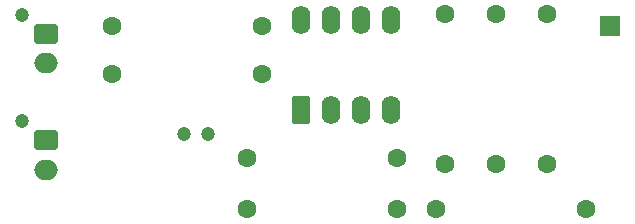
<source format=gbs>
%TF.GenerationSoftware,KiCad,Pcbnew,9.0.2*%
%TF.CreationDate,2025-07-07T17:16:47-07:00*%
%TF.ProjectId,switch_debounce_unit,73776974-6368-45f6-9465-626f756e6365,rev?*%
%TF.SameCoordinates,Original*%
%TF.FileFunction,Soldermask,Bot*%
%TF.FilePolarity,Negative*%
%FSLAX46Y46*%
G04 Gerber Fmt 4.6, Leading zero omitted, Abs format (unit mm)*
G04 Created by KiCad (PCBNEW 9.0.2) date 2025-07-07 17:16:47*
%MOMM*%
%LPD*%
G01*
G04 APERTURE LIST*
G04 Aperture macros list*
%AMRoundRect*
0 Rectangle with rounded corners*
0 $1 Rounding radius*
0 $2 $3 $4 $5 $6 $7 $8 $9 X,Y pos of 4 corners*
0 Add a 4 corners polygon primitive as box body*
4,1,4,$2,$3,$4,$5,$6,$7,$8,$9,$2,$3,0*
0 Add four circle primitives for the rounded corners*
1,1,$1+$1,$2,$3*
1,1,$1+$1,$4,$5*
1,1,$1+$1,$6,$7*
1,1,$1+$1,$8,$9*
0 Add four rect primitives between the rounded corners*
20,1,$1+$1,$2,$3,$4,$5,0*
20,1,$1+$1,$4,$5,$6,$7,0*
20,1,$1+$1,$6,$7,$8,$9,0*
20,1,$1+$1,$8,$9,$2,$3,0*%
G04 Aperture macros list end*
%ADD10C,1.200000*%
%ADD11RoundRect,0.250000X-0.750000X0.600000X-0.750000X-0.600000X0.750000X-0.600000X0.750000X0.600000X0*%
%ADD12O,2.000000X1.700000*%
%ADD13C,1.600000*%
%ADD14RoundRect,0.250000X0.550000X-0.950000X0.550000X0.950000X-0.550000X0.950000X-0.550000X-0.950000X0*%
%ADD15O,1.600000X2.400000*%
%ADD16R,1.700000X1.700000*%
G04 APERTURE END LIST*
D10*
%TO.C,SW1*%
X14002000Y-14529000D03*
D11*
X16002000Y-16129000D03*
D12*
X16002000Y-18629000D03*
%TD*%
D10*
%TO.C,BT1*%
X14002000Y-23546000D03*
D11*
X16002000Y-25146000D03*
D12*
X16002000Y-27646000D03*
%TD*%
D13*
%TO.C,R36*%
X49784000Y-27178000D03*
X49784000Y-14478000D03*
%TD*%
%TO.C,R1*%
X54102000Y-27178000D03*
X54102000Y-14478000D03*
%TD*%
D14*
%TO.C,U1*%
X37592000Y-22606000D03*
D15*
X40132000Y-22606000D03*
X42672000Y-22606000D03*
X45212000Y-22606000D03*
X45212000Y-14986000D03*
X42672000Y-14986000D03*
X40132000Y-14986000D03*
X37592000Y-14986000D03*
%TD*%
D13*
%TO.C,R34*%
X33020000Y-30988000D03*
X45720000Y-30988000D03*
%TD*%
D16*
%TO.C,V_out1*%
X63754000Y-15494000D03*
%TD*%
D13*
%TO.C,R33*%
X45720000Y-26670000D03*
X33020000Y-26670000D03*
%TD*%
%TO.C,R32*%
X21590000Y-15494000D03*
X34290000Y-15494000D03*
%TD*%
%TO.C,R31*%
X34290000Y-19558000D03*
X21590000Y-19558000D03*
%TD*%
%TO.C,R2*%
X58420000Y-27178000D03*
X58420000Y-14478000D03*
%TD*%
%TO.C,R35*%
X61722000Y-30988000D03*
X49022000Y-30988000D03*
%TD*%
D10*
%TO.C,C6*%
X27718000Y-24638000D03*
X29718000Y-24638000D03*
%TD*%
M02*

</source>
